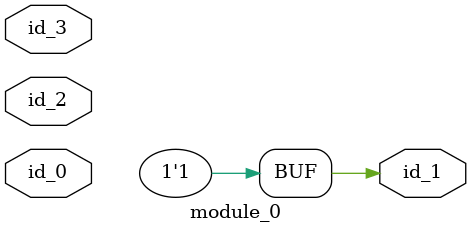
<source format=v>
module module_0 (
    input  id_0,
    output id_1,
    input  id_2,
    input  id_3
);
  assign id_1 = 1;
endmodule

</source>
